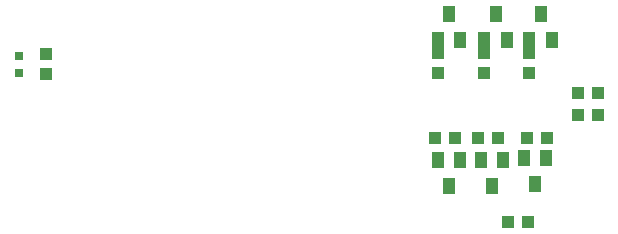
<source format=gbr>
G04 EAGLE Gerber RS-274X export*
G75*
%MOMM*%
%FSLAX34Y34*%
%LPD*%
%INSolderpaste Top*%
%IPPOS*%
%AMOC8*
5,1,8,0,0,1.08239X$1,22.5*%
G01*
%ADD10R,0.800000X0.800000*%
%ADD11R,1.000000X1.400000*%
%ADD12R,1.100000X1.000000*%
%ADD13R,1.000000X1.100000*%


D10*
X-254000Y126563D03*
X-254000Y111563D03*
D11*
X100038Y139813D03*
X119038Y139813D03*
X109538Y161813D03*
X139725Y139813D03*
X158725Y139813D03*
X149225Y161813D03*
X177825Y139813D03*
X196825Y139813D03*
X187325Y161813D03*
X192063Y39575D03*
X173063Y39575D03*
X182563Y17575D03*
X155550Y37988D03*
X136550Y37988D03*
X146050Y15988D03*
X119038Y37988D03*
X100038Y37988D03*
X109538Y15988D03*
D12*
X100013Y112150D03*
X100013Y129150D03*
X139700Y112150D03*
X139700Y129150D03*
X177800Y112150D03*
X177800Y129150D03*
D13*
X175650Y57150D03*
X192650Y57150D03*
X134375Y57150D03*
X151375Y57150D03*
X97863Y57150D03*
X114863Y57150D03*
D12*
X-231775Y110563D03*
X-231775Y127563D03*
D13*
X159775Y-14288D03*
X176775Y-14288D03*
X218513Y76200D03*
X235513Y76200D03*
X218513Y95250D03*
X235513Y95250D03*
M02*

</source>
